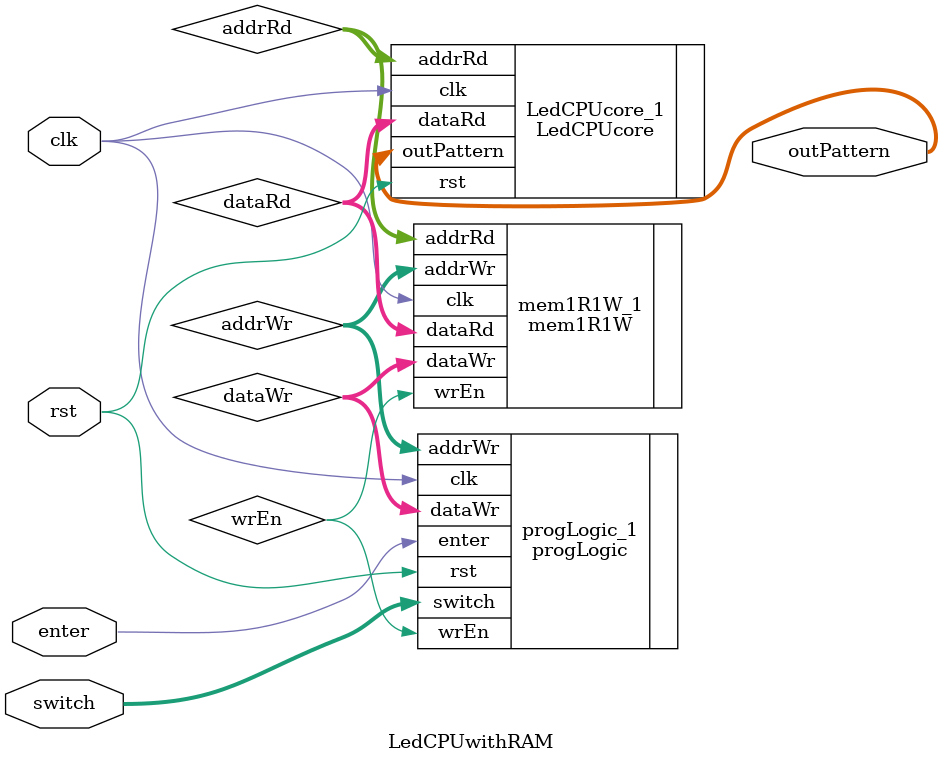
<source format=v>
module LedCPUwithRAM(
	clk,
	rst,
	switch,
	enter,
	outPattern
);
input clk, rst;
input [7:0] switch;
input enter;
output [7:0] outPattern;

parameter FREQ = 1; //50_000_000/16;

wire wrEn;
wire [7:0] addrWr, addrRd;
wire [15:0] dataWr, dataRd;

mem1R1W mem1R1W_1(.clk(clk), .addrRd(addrRd), .dataRd(dataRd), .addrWr(addrWr), .dataWr(dataWr), .wrEn(wrEn));
LedCPUcore #(FREQ)LedCPUcore_1(.clk(clk), .rst(rst), .addrRd(addrRd), .dataRd(dataRd), .outPattern(outPattern));
progLogic progLogic_1(.clk(clk), .rst(rst), .switch(switch), .enter(enter), .addrWr(addrWr), .dataWr(dataWr), .wrEn(wrEn));

endmodule

</source>
